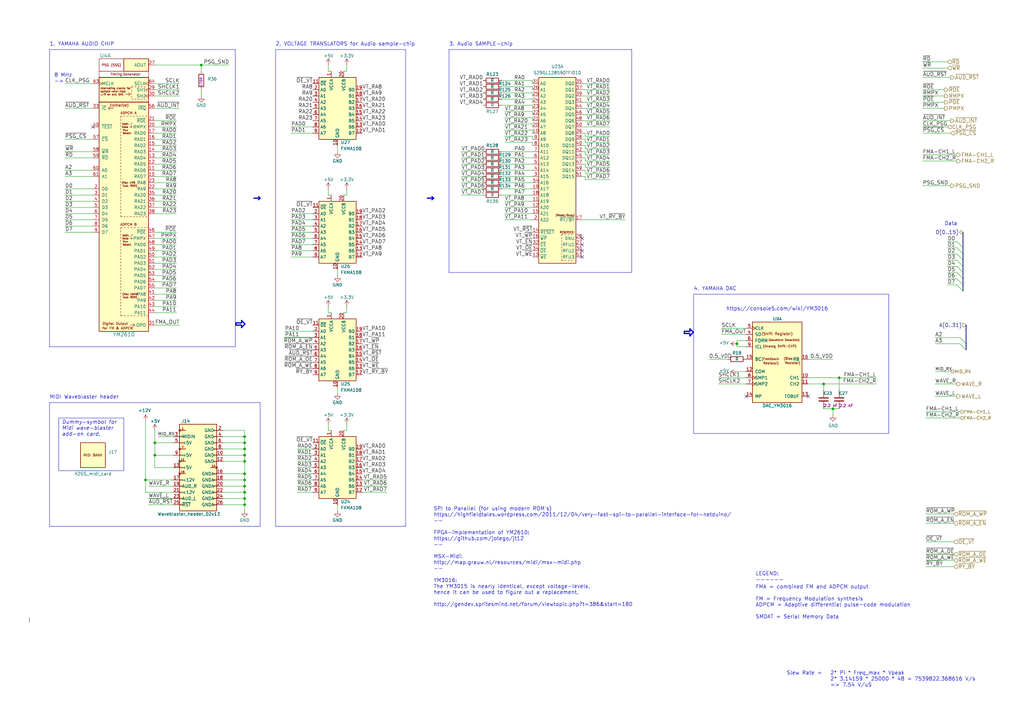
<source format=kicad_sch>
(kicad_sch (version 20230121) (generator eeschema)
  (paper "A3")
  (title_block (title "ULTRA-MSX") (date "2022-06-05") (rev "A-A"))
  (junction (at 100.33 189.23))
  (junction (at 100.33 201.93))
  (junction (at 100.33 179.07))
  (junction (at 341.63 167.64))
  (junction (at 82.55 26.67))
  (junction (at 63.5 181.61))
  (junction (at 100.33 181.61))
  (junction (at 337.82 157.48))
  (junction (at 100.33 194.31))
  (junction (at 100.33 199.39))
  (junction (at 100.33 186.69))
  (junction (at 59.69 196.85))
  (junction (at 302.26 140.97))
  (junction (at 344.17 154.94))
  (junction (at 100.33 196.85))
  (junction (at 100.33 207.01))
  (junction (at 100.33 184.15))
  (junction (at 100.33 204.47))
  (junction (at 63.5 186.69))
  (no_connect (at 238.76 97.79))
  (no_connect (at 238.76 102.87))
  (no_connect (at 238.76 100.33))
  (no_connect (at 238.76 105.41))
  (no_connect (at 306.07 162.56))
  (no_connect (at 331.47 162.56))
  (no_connect (at 38.1 52.07))
  (bus_entry (at 392.43 114.3) (size 2.54 2.54))
  (bus_entry (at 392.43 99.06) (size 2.54 2.54))
  (bus_entry (at 392.43 101.6) (size 2.54 2.54))
  (bus_entry (at 392.43 109.22) (size 2.54 2.54))
  (bus_entry (at 392.43 111.76) (size 2.54 2.54))
  (bus_entry (at 392.43 116.84) (size 2.54 2.54))
  (bus_entry (at 393.7 140.97) (size 2.54 2.54))
  (bus_entry (at 392.43 106.68) (size 2.54 2.54))
  (bus_entry (at 393.7 138.43) (size 2.54 2.54))
  (bus_entry (at 392.43 104.14) (size 2.54 2.54))
  (wire (pts (xy 205.74 67.31) (xy 218.44 67.31)))
  (wire (pts (xy 63.5 59.69) (xy 72.39 59.69)))
  (wire (pts (xy 63.5 69.85) (xy 72.39 69.85)))
  (wire (pts (xy 379.73 229.87) (xy 391.16 229.87)))
  (wire (pts (xy 392.43 116.84) (xy 388.62 116.84)))
  (wire (pts (xy 207.01 58.42) (xy 218.44 58.42)))
  (wire (pts (xy 128.27 196.85) (xy 121.92 196.85)))
  (wire (pts (xy 341.63 167.64) (xy 341.63 170.18)))
  (wire (pts (xy 238.76 52.07) (xy 250.19 52.07)))
  (wire (pts (xy 26.67 95.25) (xy 38.1 95.25)))
  (polyline (pts (xy 259.08 111.76) (xy 259.08 20.32)))
  (wire (pts (xy 378.46 66.04) (xy 392.43 66.04)))
  (wire (pts (xy 63.5 110.49) (xy 72.39 110.49)))
  (wire (pts (xy 59.69 196.85) (xy 71.12 196.85)))
  (wire (pts (xy 91.44 179.07) (xy 100.33 179.07)))
  (wire (pts (xy 205.74 38.1) (xy 218.44 38.1)))
  (polyline (pts (xy 113.03 215.9) (xy 166.37 215.9)))
  (polyline (pts (xy 284.48 120.65) (xy 284.48 177.8)))
  (wire (pts (xy 148.59 201.93) (xy 158.75 201.93)))
  (wire (pts (xy 218.44 40.64) (xy 218.44 41.91)))
  (wire (pts (xy 240.03 63.5) (xy 250.19 63.5)))
  (polyline (pts (xy 106.045 81.915) (xy 106.68 81.28)) (stroke (width 0.5) (type solid)))
  (polyline (pts (xy 96.52 142.24) (xy 96.52 20.32)))
  (wire (pts (xy 331.47 157.48) (xy 337.82 157.48)))
  (wire (pts (xy 392.43 101.6) (xy 388.62 101.6)))
  (wire (pts (xy 128.27 92.71) (xy 119.38 92.71)))
  (wire (pts (xy 91.44 196.85) (xy 100.33 196.85)))
  (wire (pts (xy 100.33 189.23) (xy 91.44 189.23)))
  (wire (pts (xy 240.03 59.69) (xy 240.03 60.96)))
  (wire (pts (xy 238.76 54.61) (xy 240.03 54.61)))
  (wire (pts (xy 238.76 64.77) (xy 240.03 64.77)))
  (wire (pts (xy 128.27 194.31) (xy 121.92 194.31)))
  (wire (pts (xy 134.62 128.27) (xy 135.89 128.27)))
  (wire (pts (xy 59.69 196.85) (xy 59.69 201.93)))
  (wire (pts (xy 63.5 181.61) (xy 63.5 186.69)))
  (wire (pts (xy 100.33 199.39) (xy 100.33 196.85)))
  (wire (pts (xy 100.33 196.85) (xy 100.33 194.31)))
  (wire (pts (xy 218.44 35.56) (xy 218.44 36.83)))
  (wire (pts (xy 63.5 74.93) (xy 72.39 74.93)))
  (wire (pts (xy 63.5 52.07) (xy 72.39 52.07)))
  (wire (pts (xy 383.54 162.56) (xy 392.43 162.56)))
  (wire (pts (xy 63.5 36.83) (xy 73.66 36.83)))
  (wire (pts (xy 128.27 199.39) (xy 121.92 199.39)))
  (wire (pts (xy 63.5 97.79) (xy 72.39 97.79)))
  (polyline (pts (xy 96.52 20.32) (xy 20.32 20.32)))
  (wire (pts (xy 344.17 154.94) (xy 344.17 160.02)))
  (bus (pts (xy 394.97 109.22) (xy 394.97 111.76)))
  (wire (pts (xy 205.74 43.18) (xy 218.44 43.18)))
  (wire (pts (xy 341.63 167.64) (xy 344.17 167.64)))
  (wire (pts (xy 59.69 172.72) (xy 59.69 196.85)))
  (polyline (pts (xy 364.49 177.8) (xy 364.49 120.65)))
  (wire (pts (xy 387.35 41.91) (xy 378.46 41.91)))
  (wire (pts (xy 379.73 232.41) (xy 391.16 232.41)))
  (wire (pts (xy 26.67 77.47) (xy 38.1 77.47)))
  (wire (pts (xy 240.03 55.88) (xy 250.19 55.88)))
  (polyline (pts (xy 20.32 20.32) (xy 20.32 142.24)))
  (polyline (pts (xy 184.15 20.32) (xy 184.15 111.76)))
  (wire (pts (xy 240.03 54.61) (xy 240.03 55.88)))
  (wire (pts (xy 198.12 74.93) (xy 189.23 74.93)))
  (wire (pts (xy 100.33 184.15) (xy 100.33 186.69)))
  (wire (pts (xy 344.17 154.94) (xy 359.41 154.94)))
  (polyline (pts (xy 24.13 171.45) (xy 24.13 193.04)))
  (wire (pts (xy 379.73 227.33) (xy 391.16 227.33)))
  (wire (pts (xy 82.55 26.67) (xy 93.98 26.67)))
  (wire (pts (xy 207.01 48.26) (xy 218.44 48.26)))
  (wire (pts (xy 218.44 82.55) (xy 207.01 82.55)))
  (wire (pts (xy 306.07 139.7) (xy 302.26 139.7)))
  (wire (pts (xy 148.59 199.39) (xy 158.75 199.39)))
  (wire (pts (xy 205.74 74.93) (xy 218.44 74.93)))
  (wire (pts (xy 82.55 36.83) (xy 82.55 39.37)))
  (wire (pts (xy 290.83 147.32) (xy 298.45 147.32)))
  (wire (pts (xy 142.24 29.21) (xy 140.97 29.21)))
  (wire (pts (xy 128.27 191.77) (xy 121.92 191.77)))
  (polyline (pts (xy 282.956 134.874) (xy 284.353 136.271)) (stroke (width 0.5) (type solid)))
  (wire (pts (xy 218.44 50.8) (xy 218.44 52.07)))
  (wire (pts (xy 63.5 120.65) (xy 72.39 120.65)))
  (wire (pts (xy 295.91 137.16) (xy 306.07 137.16)))
  (wire (pts (xy 128.27 105.41) (xy 119.38 105.41)))
  (wire (pts (xy 128.27 184.15) (xy 121.92 184.15)))
  (wire (pts (xy 100.33 176.53) (xy 100.33 179.07)))
  (wire (pts (xy 378.46 25.4) (xy 388.62 25.4)))
  (wire (pts (xy 238.76 46.99) (xy 250.19 46.99)))
  (wire (pts (xy 63.5 102.87) (xy 72.39 102.87)))
  (wire (pts (xy 138.43 209.55) (xy 138.43 207.01)))
  (wire (pts (xy 73.66 34.29) (xy 63.5 34.29)))
  (wire (pts (xy 128.27 201.93) (xy 121.92 201.93)))
  (wire (pts (xy 63.5 82.55) (xy 72.39 82.55)))
  (wire (pts (xy 306.07 154.94) (xy 294.64 154.94)))
  (bus (pts (xy 394.97 114.3) (xy 394.97 116.84)))
  (wire (pts (xy 26.67 85.09) (xy 38.1 85.09)))
  (wire (pts (xy 63.5 44.45) (xy 73.66 44.45)))
  (wire (pts (xy 100.33 209.55) (xy 100.33 207.01)))
  (wire (pts (xy 337.82 157.48) (xy 359.41 157.48)))
  (wire (pts (xy 138.43 113.03) (xy 138.43 110.49)))
  (wire (pts (xy 198.12 64.77) (xy 189.23 64.77)))
  (wire (pts (xy 128.27 138.43) (xy 116.84 138.43)))
  (wire (pts (xy 128.27 95.25) (xy 119.38 95.25)))
  (wire (pts (xy 91.44 207.01) (xy 100.33 207.01)))
  (wire (pts (xy 91.44 194.31) (xy 100.33 194.31)))
  (wire (pts (xy 100.33 201.93) (xy 100.33 199.39)))
  (wire (pts (xy 240.03 72.39) (xy 240.03 73.66)))
  (polyline (pts (xy 282.956 136.779) (xy 282.956 137.795)) (stroke (width 0.5) (type solid)))
  (wire (pts (xy 238.76 41.91) (xy 250.19 41.91)))
  (wire (pts (xy 63.5 113.03) (xy 72.39 113.03)))
  (wire (pts (xy 63.5 107.95) (xy 72.39 107.95)))
  (wire (pts (xy 38.1 57.15) (xy 26.67 57.15)))
  (wire (pts (xy 26.67 82.55) (xy 38.1 82.55)))
  (wire (pts (xy 218.44 53.34) (xy 218.44 54.61)))
  (wire (pts (xy 256.54 90.17) (xy 238.76 90.17)))
  (wire (pts (xy 26.67 92.71) (xy 38.1 92.71)))
  (wire (pts (xy 205.74 64.77) (xy 218.44 64.77)))
  (wire (pts (xy 91.44 186.69) (xy 100.33 186.69)))
  (wire (pts (xy 240.03 57.15) (xy 240.03 58.42)))
  (wire (pts (xy 198.12 69.85) (xy 189.23 69.85)))
  (polyline (pts (xy 175.26 81.28) (xy 177.8 81.28)) (stroke (width 0.5) (type solid)))
  (wire (pts (xy 134.62 29.21) (xy 135.89 29.21)))
  (wire (pts (xy 91.44 181.61) (xy 100.33 181.61)))
  (wire (pts (xy 205.74 33.02) (xy 218.44 33.02)))
  (wire (pts (xy 378.46 76.2) (xy 389.89 76.2)))
  (wire (pts (xy 387.35 39.37) (xy 378.46 39.37)))
  (wire (pts (xy 63.5 54.61) (xy 72.39 54.61)))
  (wire (pts (xy 63.5 85.09) (xy 72.39 85.09)))
  (wire (pts (xy 218.44 55.88) (xy 218.44 57.15)))
  (wire (pts (xy 142.24 80.01) (xy 140.97 80.01)))
  (wire (pts (xy 63.5 87.63) (xy 72.39 87.63)))
  (wire (pts (xy 240.03 60.96) (xy 250.19 60.96)))
  (wire (pts (xy 378.46 52.07) (xy 388.62 52.07)))
  (wire (pts (xy 198.12 77.47) (xy 189.23 77.47)))
  (wire (pts (xy 82.55 26.67) (xy 82.55 29.21)))
  (polyline (pts (xy 106.68 165.1) (xy 106.68 215.9)))
  (wire (pts (xy 26.67 34.29) (xy 38.1 34.29)))
  (polyline (pts (xy 104.14 81.28) (xy 106.68 81.28)) (stroke (width 0.5) (type solid)))
  (wire (pts (xy 63.5 186.69) (xy 71.12 186.69)))
  (polyline (pts (xy 99.06 134.366) (xy 100.457 132.842)) (stroke (width 0.5) (type solid)))
  (wire (pts (xy 63.5 186.69) (xy 63.5 191.77)))
  (wire (pts (xy 134.62 125.73) (xy 134.62 128.27)))
  (wire (pts (xy 128.27 186.69) (xy 121.92 186.69)))
  (polyline (pts (xy 99.06 132.461) (xy 99.06 131.445)) (stroke (width 0.5) (type solid)))
  (wire (pts (xy 205.74 40.64) (xy 218.44 40.64)))
  (polyline (pts (xy 284.48 120.65) (xy 364.49 120.65)))
  (bus (pts (xy 394.97 111.76) (xy 394.97 114.3)))
  (wire (pts (xy 392.43 106.68) (xy 388.62 106.68)))
  (wire (pts (xy 218.44 58.42) (xy 218.44 59.69)))
  (wire (pts (xy 63.5 26.67) (xy 82.55 26.67)))
  (polyline (pts (xy 280.67 135.89) (xy 282.956 135.89)) (stroke (width 0.5) (type solid)))
  (polyline (pts (xy 282.956 135.89) (xy 282.956 134.874)) (stroke (width 0.5) (type solid)))
  (polyline (pts (xy 96.774 132.461) (xy 96.774 133.35)) (stroke (width 0.5) (type solid)))
  (wire (pts (xy 378.46 27.94) (xy 388.62 27.94)))
  (wire (pts (xy 63.5 191.77) (xy 71.12 191.77)))
  (wire (pts (xy 63.5 64.77) (xy 72.39 64.77)))
  (wire (pts (xy 138.43 62.23) (xy 138.43 59.69)))
  (wire (pts (xy 128.27 54.61) (xy 119.38 54.61)))
  (wire (pts (xy 142.24 173.99) (xy 142.24 176.53)))
  (wire (pts (xy 63.5 176.53) (xy 63.5 181.61)))
  (wire (pts (xy 238.76 44.45) (xy 250.19 44.45)))
  (wire (pts (xy 100.33 181.61) (xy 100.33 184.15)))
  (wire (pts (xy 302.26 140.97) (xy 302.26 139.7)))
  (wire (pts (xy 134.62 26.67) (xy 134.62 29.21)))
  (wire (pts (xy 218.44 33.02) (xy 218.44 34.29)))
  (polyline (pts (xy 96.774 132.461) (xy 99.06 132.461)) (stroke (width 0.5) (type solid)))
  (wire (pts (xy 60.96 207.01) (xy 71.12 207.01)))
  (wire (pts (xy 218.44 87.63) (xy 207.01 87.63)))
  (polyline (pts (xy 177.165 80.645) (xy 177.8 81.28)) (stroke (width 0.5) (type solid)))
  (wire (pts (xy 218.44 85.09) (xy 207.01 85.09)))
  (wire (pts (xy 218.44 45.72) (xy 218.44 46.99)))
  (wire (pts (xy 63.5 67.31) (xy 72.39 67.31)))
  (wire (pts (xy 63.5 77.47) (xy 72.39 77.47)))
  (wire (pts (xy 238.76 36.83) (xy 250.19 36.83)))
  (wire (pts (xy 128.27 97.79) (xy 119.38 97.79)))
  (wire (pts (xy 26.67 80.01) (xy 38.1 80.01)))
  (wire (pts (xy 218.44 90.17) (xy 207.01 90.17)))
  (wire (pts (xy 63.5 72.39) (xy 72.39 72.39)))
  (polyline (pts (xy 24.13 193.04) (xy 50.8 193.04)))
  (wire (pts (xy 337.82 160.02) (xy 337.82 157.48)))
  (wire (pts (xy 91.44 204.47) (xy 100.33 204.47)))
  (wire (pts (xy 238.76 34.29) (xy 250.19 34.29)))
  (wire (pts (xy 128.27 189.23) (xy 121.92 189.23)))
  (wire (pts (xy 26.67 69.85) (xy 38.1 69.85)))
  (wire (pts (xy 379.73 214.63) (xy 391.16 214.63)))
  (wire (pts (xy 63.5 105.41) (xy 72.39 105.41)))
  (bus (pts (xy 396.24 133.35) (xy 396.24 140.97)))
  (wire (pts (xy 240.03 59.69) (xy 238.76 59.69)))
  (wire (pts (xy 379.73 222.25) (xy 391.16 222.25)))
  (wire (pts (xy 198.12 80.01) (xy 189.23 80.01)))
  (wire (pts (xy 100.33 204.47) (xy 100.33 201.93)))
  (polyline (pts (xy 284.48 177.8) (xy 364.49 177.8)))
  (bus (pts (xy 394.97 104.14) (xy 394.97 106.68)))
  (wire (pts (xy 128.27 100.33) (xy 119.38 100.33)))
  (wire (pts (xy 392.43 99.06) (xy 388.62 99.06)))
  (wire (pts (xy 238.76 39.37) (xy 250.19 39.37)))
  (polyline (pts (xy 280.67 136.779) (xy 282.956 136.779)) (stroke (width 0.5) (type solid)))
  (wire (pts (xy 100.33 207.01) (xy 100.33 204.47)))
  (bus (pts (xy 394.97 101.6) (xy 394.97 104.14)))
  (polyline (pts (xy 20.32 165.1) (xy 106.68 165.1)))
  (wire (pts (xy 240.03 57.15) (xy 238.76 57.15)))
  (polyline (pts (xy 280.67 135.89) (xy 280.67 136.779)) (stroke (width 0.5) (type solid)))
  (polyline (pts (xy 24.13 171.45) (xy 50.8 171.45)))
  (wire (pts (xy 59.69 201.93) (xy 71.12 201.93)))
  (wire (pts (xy 393.7 138.43) (xy 383.54 138.43)))
  (wire (pts (xy 393.7 140.97) (xy 383.54 140.97)))
  (wire (pts (xy 100.33 179.07) (xy 100.33 181.61)))
  (wire (pts (xy 240.03 58.42) (xy 250.19 58.42)))
  (polyline (pts (xy 177.165 81.915) (xy 177.8 81.28)) (stroke (width 0.5) (type solid)))
  (bus (pts (xy 394.97 116.84) (xy 394.97 119.38)))
  (wire (pts (xy 238.76 49.53) (xy 250.19 49.53)))
  (polyline (pts (xy 106.045 80.645) (xy 106.68 81.28)) (stroke (width 0.5) (type solid)))
  (wire (pts (xy 38.1 62.23) (xy 26.67 62.23)))
  (wire (pts (xy 26.67 72.39) (xy 38.1 72.39)))
  (wire (pts (xy 205.74 35.56) (xy 218.44 35.56)))
  (wire (pts (xy 207.01 55.88) (xy 218.44 55.88)))
  (wire (pts (xy 240.03 69.85) (xy 240.03 71.12)))
  (polyline (pts (xy 99.06 131.445) (xy 100.457 132.842)) (stroke (width 0.5) (type solid)))
  (wire (pts (xy 218.44 48.26) (xy 218.44 49.53)))
  (wire (pts (xy 392.43 109.22) (xy 388.62 109.22)))
  (wire (pts (xy 337.82 167.64) (xy 341.63 167.64)))
  (wire (pts (xy 128.27 52.07) (xy 119.38 52.07)))
  (wire (pts (xy 389.89 49.53) (xy 378.46 49.53)))
  (wire (pts (xy 240.03 71.12) (xy 250.19 71.12)))
  (polyline (pts (xy 20.32 165.1) (xy 20.32 215.9)))
  (polyline (pts (xy 20.32 142.24) (xy 96.52 142.24)))
  (wire (pts (xy 238.76 69.85) (xy 240.03 69.85)))
  (wire (pts (xy 378.46 63.5) (xy 392.43 63.5)))
  (wire (pts (xy 63.5 49.53) (xy 72.39 49.53)))
  (wire (pts (xy 306.07 157.48) (xy 294.64 157.48)))
  (wire (pts (xy 142.24 77.47) (xy 142.24 80.01)))
  (wire (pts (xy 26.67 44.45) (xy 38.1 44.45)))
  (wire (pts (xy 128.27 102.87) (xy 119.38 102.87)))
  (wire (pts (xy 198.12 62.23) (xy 189.23 62.23)))
  (wire (pts (xy 205.74 77.47) (xy 218.44 77.47)))
  (wire (pts (xy 91.44 176.53) (xy 100.33 176.53)))
  (wire (pts (xy 240.03 67.31) (xy 240.03 68.58)))
  (wire (pts (xy 383.54 152.4) (xy 389.89 152.4)))
  (wire (pts (xy 205.74 80.01) (xy 218.44 80.01)))
  (polyline (pts (xy 50.8 193.04) (xy 50.8 171.45)))
  (wire (pts (xy 238.76 72.39) (xy 240.03 72.39)))
  (wire (pts (xy 302.26 152.4) (xy 306.07 152.4)))
  (wire (pts (xy 134.62 176.53) (xy 135.89 176.53)))
  (polyline (pts (xy 96.774 133.35) (xy 99.06 133.35)) (stroke (width 0.5) (type solid)))
  (wire (pts (xy 218.44 43.18) (xy 218.44 44.45)))
  (polyline (pts (xy 166.37 215.9) (xy 166.37 20.32)))
  (wire (pts (xy 91.44 184.15) (xy 100.33 184.15)))
  (wire (pts (xy 142.24 176.53) (xy 140.97 176.53)))
  (wire (pts (xy 240.03 68.58) (xy 250.19 68.58)))
  (wire (pts (xy 142.24 26.67) (xy 142.24 29.21)))
  (wire (pts (xy 100.33 186.69) (xy 100.33 189.23)))
  (wire (pts (xy 205.74 72.39) (xy 218.44 72.39)))
  (wire (pts (xy 128.27 90.17) (xy 119.38 90.17)))
  (wire (pts (xy 63.5 57.15) (xy 72.39 57.15)))
  (wire (pts (xy 63.5 125.73) (xy 72.39 125.73)))
  (wire (pts (xy 331.47 147.32) (xy 341.63 147.32)))
  (wire (pts (xy 63.5 39.37) (xy 73.66 39.37)))
  (wire (pts (xy 378.46 31.75) (xy 389.89 31.75)))
  (wire (pts (xy 392.43 114.3) (xy 388.62 114.3)))
  (wire (pts (xy 138.43 161.29) (xy 138.43 158.75)))
  (wire (pts (xy 207.01 45.72) (xy 218.44 45.72)))
  (wire (pts (xy 63.5 100.33) (xy 72.39 100.33)))
  (wire (pts (xy 205.74 62.23) (xy 218.44 62.23)))
  (wire (pts (xy 134.62 77.47) (xy 134.62 80.01)))
  (wire (pts (xy 302.26 142.24) (xy 302.26 140.97)))
  (polyline (pts (xy 99.06 133.35) (xy 99.06 134.366)) (stroke (width 0.5) (type solid)))
  (wire (pts (xy 379.73 210.82) (xy 391.16 210.82)))
  (wire (pts (xy 392.43 104.14) (xy 388.62 104.14)))
  (polyline (pts (xy 282.956 137.795) (xy 284.353 136.271)) (stroke (width 0.5) (type solid)))
  (wire (pts (xy 100.33 194.31) (xy 100.33 189.23)))
  (wire (pts (xy 306.07 134.62) (xy 295.91 134.62)))
  (wire (pts (xy 240.03 73.66) (xy 250.19 73.66)))
  (wire (pts (xy 392.43 111.76) (xy 388.62 111.76)))
  (wire (pts (xy 379.73 168.91) (xy 393.7 168.91)))
  (wire (pts (xy 60.96 199.39) (xy 71.12 199.39)))
  (bus (pts (xy 394.97 106.68) (xy 394.97 109.22)))
  (wire (pts (xy 63.5 118.11) (xy 72.39 118.11)))
  (wire (pts (xy 128.27 87.63) (xy 119.38 87.63)))
  (wire (pts (xy 63.5 62.23) (xy 72.39 62.23)))
  (wire (pts (xy 63.5 80.01) (xy 72.39 80.01)))
  (polyline (pts (xy 12.065 253.365) (xy 12.065 255.27)))
  (wire (pts (xy 205.74 69.85) (xy 218.44 69.85)))
  (wire (pts (xy 238.76 67.31) (xy 240.03 67.31)))
  (wire (pts (xy 331.47 154.94) (xy 344.17 154.94)))
  (wire (pts (xy 218.44 38.1) (xy 218.44 39.37)))
  (wire (pts (xy 63.5 181.61) (xy 71.12 181.61)))
  (wire (pts (xy 240.03 64.77) (xy 240.03 66.04)))
  (wire (pts (xy 387.35 44.45) (xy 378.46 44.45)))
  (wire (pts (xy 64.77 179.07) (xy 71.12 179.07)))
  (wire (pts (xy 26.67 87.63) (xy 38.1 87.63)))
  (wire (pts (xy 379.73 171.45) (xy 393.7 171.45)))
  (wire (pts (xy 63.5 123.19) (xy 72.39 123.19)))
  (wire (pts (xy 128.27 135.89) (xy 116.84 135.89)))
  (wire (pts (xy 63.5 115.57) (xy 72.39 115.57)))
  (wire (pts (xy 142.24 125.73) (xy 142.24 128.27)))
  (wire (pts (xy 142.24 128.27) (xy 140.97 128.27)))
  (wire (pts (xy 306.07 142.24) (xy 302.26 142.24)))
  (wire (pts (xy 198.12 67.31) (xy 189.23 67.31)))
  (wire (pts (xy 240.03 66.04) (xy 250.19 66.04)))
  (polyline (pts (xy 184.15 111.76) (xy 259.08 111.76)))
  (wire (pts (xy 207.01 53.34) (xy 218.44 53.34)))
  (wire (pts (xy 134.62 80.01) (xy 135.89 80.01)))
  (polyline (pts (xy 166.37 20.32) (xy 113.03 20.32)))
  (polyline (pts (xy 106.68 215.9) (xy 20.32 215.9)))
  (wire (pts (xy 26.67 90.17) (xy 38.1 90.17)))
  (wire (pts (xy 73.66 133.35) (xy 63.5 133.35)))
  (polyline (pts (xy 113.03 20.32) (xy 113.03 215.9)))
  (wire (pts (xy 378.46 54.61) (xy 389.89 54.61)))
  (wire (pts (xy 387.35 36.83) (xy 378.46 36.83)))
  (wire (pts (xy 26.67 64.77) (xy 38.1 64.77)))
  (wire (pts (xy 240.03 62.23) (xy 240.03 63.5)))
  (bus (pts (xy 396.24 140.97) (xy 396.24 143.51)))
  (wire (pts (xy 63.5 95.25) (xy 72.39 95.25)))
  (wire (pts (xy 60.96 204.47) (xy 71.12 204.47)))
  (polyline (pts (xy 184.15 20.32) (xy 259.08 20.32)))
  (wire (pts (xy 91.44 201.93) (xy 100.33 201.93)))
  (wire (pts (xy 240.03 62.23) (xy 238.76 62.23)))
  (wire (pts (xy 148.59 196.85) (xy 158.75 196.85)))
  (wire (pts (xy 383.54 157.48) (xy 392.43 157.48)))
  (wire (pts (xy 198.12 72.39) (xy 189.23 72.39)))
  (wire (pts (xy 91.44 199.39) (xy 100.33 199.39)))
  (wire (pts (xy 207.01 50.8) (xy 218.44 50.8)))
  (wire (pts (xy 63.5 128.27) (xy 72.39 128.27)))
  (bus (pts (xy 394.97 95.25) (xy 394.97 101.6)))
  (wire (pts (xy 134.62 173.99) (xy 134.62 176.53)))
  (text "SPI to Parallel (for using modern ROM's)\nhttps://highfieldtales.wordpress.com/2011/12/04/very-fast-spi-to-parallel-interface-for-netduino/\n--\n\nFPGA-implementation of YM2610:\nhttps://github.com/jotego/jt12\n--\n\nMSX-Midi:\nhttp://map.grauw.nl/resources/midi/msx-midi.php\n--\n\nYM3016:\nThe YM3015 is nearly identical, except voltage-levels, \nhence it can be used to figure out a replacement.\n\nhttp://gendev.spritesmind.net/forum/viewtopic.php?t=386&start=180" (at 177.8 248.92 0) (effects (font (size 1.524 1.524)) (justify left bottom)))
  (text "Slew Rate =	2* Pi * Freq_max * Vpeak\n			2* 3.14159 * 25000 * 48 = 7539822,368616 V/s \n			=> 7.54 V/uS " (at 322.58 281.94 0) (effects (font (size 1.524 1.524)) (justify left bottom)))
  (text "MIDI Waveblaster header\n" (at 20.32 163.83 0) (effects (font (size 1.524 1.524)) (justify left bottom)))
  (text "FMA = combined FM and ADPCM output\n\nFM = Frequency Modulation synthesis\nADPCM = Adaptive differential pulse-code modulation\n\nSMDAT = Serial Memory Data" (at 309.88 254 0) (effects (font (size 1.524 1.524)) (justify left bottom)))
  (text "YM2610 gate calc:\n----\n3 uM \n(released in 1990, but probably not using a \nmodern node, 3000nM was available in 1982)\n\n\nHypothetical die-size:\n--\n10 x 10 mm (100 mm2)\n\n@ 500t/mm2 = 50000 transistors.\n\nGate-count:\n50k/4 = 12500 gates.\n\nObligatory over-provisioning:\n12,5k*1,3 = 16,25k gates!" (at -57.15 85.09 0) (effects (font (size 1.524 1.524)) (justify left bottom)))
  (text "Dummy-symbol for\nMidi wave-blaster\nadd-on card." (at 25.4 179.07 0) (effects (font (size 1.524 1.524) italic) (justify left bottom)))
  (text "2. VOLTAGE TRANSLATORS for Audio sample-chip" (at 113.03 19.05 0) (effects (font (size 1.524 1.524)) (justify left bottom)))
  (text "Sample-Rom candidates:\n--------------------------\nS29GL128S90TFI010 (3.3V)\n" (at -57.785 34.925 0) (effects (font (size 1.524 1.524)) (justify left bottom)))
  (text "LEGEND:\n------\n" (at 309.88 238.76 0) (effects (font (size 1.524 1.524)) (justify left bottom)))
  (text "1. YAMAHA AUDIO CHIP" (at 20.32 19.05 0) (effects (font (size 1.524 1.524)) (justify left bottom)))
  (text "Data" (at 387.35 92.71 0) (effects (font (size 1.524 1.524)) (justify left bottom)))
  (text "3. Audio SAMPLE-chip" (at 184.15 19.05 0) (effects (font (size 1.524 1.524)) (justify left bottom)))
  (text "4. YAMAHA DAC" (at 284.48 119.38 0) (effects (font (size 1.524 1.524)) (justify left bottom)))
  (text "https://console5.com/wiki/YM3016" (at 297.815 127.635 0) (effects (font (size 1.524 1.524)) (justify left bottom)))
  (text "8 MHz \n->" (at 22.225 34.29 0) (effects (font (size 1.524 1.524)) (justify left bottom)))
  (label "VT_PAD1" (at 148.59 54.61 0) (effects (font (size 1.524 1.524))))
  (label "VT_RAD2" (at 148.59 189.23 0) (effects (font (size 1.524 1.524))))
  (label "SHCLK2" (at 294.64 157.48 0) (effects (font (size 1.524 1.524))))
  (label "~{AUD_RST}" (at 60.96 207.01 0) (effects (font (size 1.524 1.524))))
  (label "VT_PAD6" (at 148.59 97.79 0) (effects (font (size 1.524 1.524))))
  (label "~{OE_VT}" (at 128.27 181.61 180) (effects (font (size 1.524 1.524))))
  (label "VT_PAD0" (at 250.19 55.88 180) (effects (font (size 1.524 1.524))))
  (label "~{ROE}" (at 72.39 49.53 180) (effects (font (size 1.524 1.524))))
  (label "PA11" (at 72.39 128.27 180) (effects (font (size 1.524 1.524))))
  (label "RA20" (at 72.39 80.01 180) (effects (font (size 1.524 1.524))))
  (label "~{AUD_INT}" (at 378.46 49.53 0) (effects (font (size 1.524 1.524))))
  (label "VT_~{RST}" (at 148.59 146.05 0) (effects (font (size 1.524 1.524))))
  (label "PA5" (at 210.82 74.93 0) (effects (font (size 1.524 1.524))))
  (label "~{WR}" (at 378.46 27.94 0) (effects (font (size 1.524 1.524))))
  (label "VT_RAD5" (at 250.19 46.99 180) (effects (font (size 1.524 1.524))))
  (label "PSG_SND" (at 378.46 76.2 0) (effects (font (size 1.524 1.524))))
  (label "VT_RA9" (at 207.01 48.26 0) (effects (font (size 1.524 1.524))))
  (label "D6" (at 26.67 92.71 0) (effects (font (size 1.524 1.524))))
  (label "WAVE_R" (at 383.54 157.48 0) (effects (font (size 1.524 1.524))))
  (label "~{ROM_A_WP}" (at 379.73 210.82 0) (effects (font (size 1.524 1.524))))
  (label "VT_RA23" (at 207.01 58.42 0) (effects (font (size 1.524 1.524))))
  (label "SHCLK1" (at 73.66 36.83 180) (effects (font (size 1.524 1.524))))
  (label "VT_PAD4" (at 148.59 92.71 0) (effects (font (size 1.524 1.524))))
  (label "A3" (at 26.67 72.39 0) (effects (font (size 1.524 1.524))))
  (label "VT_RA8" (at 148.59 36.83 0) (effects (font (size 1.524 1.524))))
  (label "RA23" (at 72.39 87.63 180) (effects (font (size 1.524 1.524))))
  (label "~{AUD_INT}" (at 73.66 44.45 180) (effects (font (size 1.524 1.524))))
  (label "RAD4" (at 121.92 194.31 0) (effects (font (size 1.524 1.524))))
  (label "D1" (at 26.67 80.01 0) (effects (font (size 1.524 1.524))))
  (label "~{WR}" (at 26.67 62.23 0) (effects (font (size 1.524 1.524))))
  (label "PAD2" (at 72.39 105.41 180) (effects (font (size 1.524 1.524))))
  (label "VT_RAD4" (at 198.12 43.18 180) (effects (font (size 1.524 1.524))))
  (label "FMA-CH1_L" (at 378.46 63.5 0) (effects (font (size 1.524 1.524))))
  (label "RAD3" (at 121.92 191.77 0) (effects (font (size 1.524 1.524))))
  (label "D0" (at 388.62 99.06 0) (effects (font (size 1.524 1.524))))
  (label "VT_RAD7" (at 158.75 201.93 180) (effects (font (size 1.524 1.524))))
  (label "PA7" (at 210.82 80.01 0) (effects (font (size 1.524 1.524))))
  (label "SCLK" (at 73.66 34.29 180) (effects (font (size 1.524 1.524))))
  (label "RA20" (at 128.27 41.91 180) (effects (font (size 1.524 1.524))))
  (label "FMA-CH2_R" (at 379.73 171.45 0) (effects (font (size 1.524 1.524))))
  (label "PA9" (at 72.39 123.19 180) (effects (font (size 1.524 1.524))))
  (label "RAD0" (at 121.92 184.15 0) (effects (font (size 1.524 1.524))))
  (label "~{ROM_A_WE}" (at 128.27 151.13 180) (effects (font (size 1.524 1.524))))
  (label "VT_PAD5" (at 148.59 95.25 0) (effects (font (size 1.524 1.524))))
  (label "PA1" (at 210.82 64.77 0) (effects (font (size 1.524 1.524))))
  (label "PAD5" (at 119.38 95.25 0) (effects (font (size 1.524 1.524))))
  (label "PA8" (at 72.39 120.65 180) (effects (font (size 1.524 1.524))))
  (label "CLK_PSG" (at 378.46 52.07 0) (effects (font (size 1.524 1.524))))
  (label "VT_PAD1" (at 189.23 64.77 0) (effects (font (size 1.524 1.524))))
  (label "~{RY_BY}" (at 128.27 153.67 180) (effects (font (size 1.524 1.524))))
  (label "RAD5" (at 121.92 196.85 0) (effects (font (size 1.524 1.524))))
  (label "RA1" (at 210.82 35.56 0) (effects (font (size 1.524 1.524))))
  (label "VT_RA20" (at 148.59 41.91 0) (effects (font (size 1.524 1.524))))
  (label "RAD7" (at 72.39 72.39 180) (effects (font (size 1.524 1.524))))
  (label "PAD5" (at 72.39 113.03 180) (effects (font (size 1.524 1.524))))
  (label "A2" (at 383.54 138.43 0) (effects (font (size 1.524 1.524))))
  (label "VT_~{OE}" (at 218.44 102.87 180) (effects (font (size 1.524 1.524))))
  (label "~{ROM_A_EN}" (at 128.27 143.51 180) (effects (font (size 1.524 1.524))))
  (label "VT_RAD4" (at 148.59 194.31 0) (effects (font (size 1.524 1.524))))
  (label "VT_RA22" (at 207.01 55.88 0) (effects (font (size 1.524 1.524))))
  (label "PA10" (at 116.84 135.89 0) (effects (font (size 1.524 1.524))))
  (label "VT_~{RY_BY}" (at 148.59 153.67 0) (effects (font (size 1.524 1.524))))
  (label "VT_~{WP}" (at 218.44 97.79 180) (effects (font (size 1.524 1.524))))
  (label "~{RD}" (at 378.46 25.4 0) (effects (font (size 1.524 1.524))))
  (label "PAD0" (at 119.38 52.07 0) (effects (font (size 1.524 1.524))))
  (label "VT_RA8" (at 207.01 45.72 0) (effects (font (size 1.524 1.524))))
  (label "VT_~{OE}" (at 148.59 148.59 0) (effects (font (size 1.524 1.524))))
  (label "PA8" (at 119.38 102.87 0) (effects (font (size 1.524 1.524))))
  (label "~{ROM_A_WP}" (at 128.27 140.97 180) (effects (font (size 1.524 1.524))))
  (label "D6" (at 388.62 114.3 0) (effects (font (size 1.524 1.524))))
  (label "VT_PAD0" (at 189.23 62.23 0) (effects (font (size 1.524 1.524))))
  (label "D2" (at 26.67 82.55 0) (effects (font (size 1.524 1.524))))
  (label "VT_RAD1" (at 148.59 186.69 0) (effects (font (size 1.524 1.524))))
  (label "PMPX" (at 72.39 97.79 180) (effects (font (size 1.524 1.524))))
  (label "~{OE_VT}" (at 379.73 222.25 0) (effects (font (size 1.524 1.524))))
  (label "WAVE_R" (at 60.96 199.39 0) (effects (font (size 1.524 1.524))))
  (label "PMPX" (at 378.46 44.45 0) (effects (font (size 1.524 1.524))))
  (label "VT_PAD3" (at 148.59 90.17 0) (effects (font (size 1.524 1.524))))
  (label "RA0" (at 210.82 33.02 0) (effects (font (size 1.524 1.524))))
  (label "VT_RAD2" (at 250.19 39.37 180) (effects (font (size 1.524 1.524))))
  (label "A2" (at 26.67 69.85 0) (effects (font (size 1.524 1.524))))
  (label "FMA_OUT" (at 73.66 133.35 180) (effects (font (size 1.524 1.524))))
  (label "D5" (at 26.67 90.17 0) (effects (font (size 1.524 1.524))))
  (label "D0" (at 26.67 77.47 0) (effects (font (size 1.524 1.524))))
  (label "RA3" (at 210.82 40.64 0) (effects (font (size 1.524 1.524))))
  (label "RA22" (at 72.39 85.09 180) (effects (font (size 1.524 1.524))))
  (label "D2" (at 388.62 104.14 0) (effects (font (size 1.524 1.524))))
  (label "RAD1" (at 121.92 186.69 0) (effects (font (size 1.524 1.524))))
  (label "VT_RAD6" (at 250.19 49.53 180) (effects (font (size 1.524 1.524))))
  (label "VT_RAD2" (at 198.12 38.1 180) (effects (font (size 1.524 1.524))))
  (label "A3" (at 383.54 140.97 0) (effects (font (size 1.524 1.524))))
  (label "VT_RA21" (at 207.01 53.34 0) (effects (font (size 1.524 1.524))))
  (label "PA2" (at 210.82 67.31 0) (effects (font (size 1.524 1.524))))
  (label "D4" (at 388.62 109.22 0) (effects (font (size 1.524 1.524))))
  (label "PA11" (at 116.84 138.43 0) (effects (font (size 1.524 1.524))))
  (label "VT_RAD0" (at 148.59 184.15 0) (effects (font (size 1.524 1.524))))
  (label "PA9" (at 119.38 105.41 0) (effects (font (size 1.524 1.524))))
  (label "D4" (at 26.67 87.63 0) (effects (font (size 1.524 1.524))))
  (label "VT_RA21" (at 148.59 44.45 0) (effects (font (size 1.524 1.524))))
  (label "PAD1" (at 72.39 102.87 180) (effects (font (size 1.524 1.524))))
  (label "PAD2" (at 119.38 87.63 0) (effects (font (size 1.524 1.524))))
  (label "VT_PAD4" (at 250.19 66.04 180) (effects (font (size 1.524 1.524))))
  (label "VT_RAD3" (at 148.59 191.77 0) (effects (font (size 1.524 1.524))))
  (label "VT_RA20" (at 207.01 50.8 0) (effects (font (size 1.524 1.524))))
  (label "PA6" (at 210.82 77.47 0) (effects (font (size 1.524 1.524))))
  (label "FMA-CH2_R" (at 359.41 157.48 180) (effects (font (size 1.524 1.524))))
  (label "RA21" (at 72.39 82.55 180) (effects (font (size 1.524 1.524))))
  (label "VT_RAD7" (at 250.19 52.07 180) (effects (font (size 1.524 1.524))))
  (label "VT_PAD7" (at 148.59 100.33 0) (effects (font (size 1.524 1.524))))
  (label "VT_RAD0" (at 198.12 33.02 180) (effects (font (size 1.524 1.524))))
  (label "VT_PAD6" (at 250.19 71.12 180) (effects (font (size 1.524 1.524))))
  (label "VT_PA8" (at 207.01 82.55 0) (effects (font (size 1.524 1.524))))
  (label "0.5_VDD" (at 341.63 147.32 180) (effects (font (size 1.524 1.524))))
  (label "FMA-CH2_R" (at 378.46 66.04 0) (effects (font (size 1.524 1.524))))
  (label "RAD4" (at 72.39 64.77 180) (effects (font (size 1.524 1.524))))
  (label "RAD7" (at 121.92 201.93 0) (effects (font (size 1.524 1.524))))
  (label "~{PSG_CS}" (at 378.46 54.61 0) (effects (font (size 1.524 1.524))))
  (label "VT_PAD7" (at 189.23 80.01 0) (effects (font (size 1.524 1.524))))
  (label "~{AUD_RST}" (at 26.67 44.45 0) (effects (font (size 1.524 1.524))))
  (label "~{RY_BY}" (at 379.73 232.41 0) (effects (font (size 1.524 1.524))))
  (label "D7" (at 26.67 95.25 0) (effects (font (size 1.524 1.524))))
  (label "FMA-CH1_L" (at 359.41 154.94 180) (effects (font (size 1.524 1.524))))
  (label "PSG_SND" (at 93.98 26.67 180) (effects (font (size 1.524 1.524))))
  (label "VT_RAD0" (at 250.19 34.29 180) (effects (font (size 1.524 1.524))))
  (label "~{ROM_A_EN}" (at 379.73 214.63 0) (effects (font (size 1.524 1.524))))
  (label "VT_~{WE}" (at 148.59 151.13 0) (effects (font (size 1.524 1.524))))
  (label "~{OE_VT}" (at 128.27 34.29 180) (effects (font (size 1.524 1.524))))
  (label "VT_~{EN}" (at 218.44 100.33 180) (effects (font (size 1.524 1.524))))
  (label "PAD3" (at 119.38 90.17 0) (effects (font (size 1.524 1.524))))
  (label "PA0" (at 210.82 62.23 0) (effects (font (size 1.524 1.524))))
  (label "RAD3" (at 72.39 62.23 180) (effects (font (size 1.524 1.524))))
  (label "VT_PA10" (at 207.01 87.63 0) (effects (font (size 1.524 1.524))))
  (label "VT_PA9" (at 207.01 85.09 0) (effects (font (size 1.524 1.524))))
  (label "PAD7" (at 119.38 100.33 0) (effects (font (size 1.524 1.524))))
  (label "~{AUD_RST}" (at 378.46 31.75 0) (effects (font (size 1.524 1.524))))
  (label "RA8" (at 72.39 74.93 180) (effects (font (size 1.524 1.524))))
  (label "RAD0" (at 72.39 54.61 180) (effects (font (size 1.524 1.524))))
  (label "~{OE_VT}" (at 128.27 133.35 180) (effects (font (size 1.524 1.524))))
  (label "D3" (at 388.62 106.68 0) (effects (font (size 1.524 1.524))))
  (label "MID_RX" (at 383.54 152.4 0))
  (label "VT_PAD2" (at 148.59 87.63 0) (effects (font (size 1.524 1.524))))
  (label "VT_PA10" (at 148.59 135.89 0) (effects (font (size 1.524 1.524))))
  (label "~{ROM_A_OE}" (at 379.73 227.33 0) (effects (font (size 1.524 1.524))))
  (label "SHCLK2" (at 73.66 39.37 180) (effects (font (size 1.524 1.524))))
  (label "MID_RX" (at 64.77 179.07 0))
  (label "VT_RAD1" (at 250.19 36.83 180) (effects (font (size 1.524 1.524))))
  (label "RAD1" (at 72.39 57.15 180) (effects (font (size 1.524 1.524))))
  (label "VT_~{EN}" (at 148.59 143.51 0) (effects (font (size 1.524 1.524))))
  (label "WAVE_L" (at 60.96 204.47 0) (effects (font (size 1.524 1.524))))
  (label "VT_PAD1" (at 250.19 58.42 180) (effects (font (size 1.524 1.524))))
  (label "VT_PAD3" (at 250.19 63.5 180) (effects (font (size 1.524 1.524))))
  (label "VT_PA11" (at 148.59 138.43 0) (effects (font (size 1.524 1.524))))
  (label "~{RD}" (at 26.67 64.77 0) (effects (font (size 1.524 1.524))))
  (label "D7" (at 388.62 116.84 0) (effects (font (size 1.524 1.524))))
  (label "RA9" (at 128.27 39.37 180) (effects (font (size 1.524 1.524))))
  (label "VT_~{WP}" (at 148.59 140.97 0) (effects (font (size 1.524 1.524))))
  (label "PAD1" (at 119.38 54.61 0) (effects (font (size 1.524 1.524))))
  (label "VT_PAD3" (at 189.23 69.85 0) (effects (font (size 1.524 1.524))))
  (label "RMPX" (at 72.39 52.07 180) (effects (font (size 1.524 1.524))))
  (label "VT_RAD1" (at 198.12 35.56 180) (effects (font (size 1.524 1.524))))
  (label "WAVE_L" (at 383.54 162.56 0) (effects (font (size 1.524 1.524))))
  (label "RA23" (at 128.27 49.53 180) (effects (font (size 1.524 1.524))))
  (label "RA9" (at 72.39 77.47 180) (effects (font (size 1.524 1.524))))
  (label "VT_~{RST}" (at 218.44 95.25 180) (effects (font (size 1.524 1.524))))
  (label "VT_RA23" (at 148.59 49.53 0) (effects (font (size 1.524 1.524))))
  (label "PAD4" (at 119.38 92.71 0) (effects (font (size 1.524 1.524))))
  (label "RA22" (at 128.27 46.99 180) (effects (font (size 1.524 1.524))))
  (label "SHCLK1" (at 294.64 154.94 0) (effects (font (size 1.524 1.524))))
  (label "PAD6" (at 72.39 115.57 180) (effects (font (size 1.524 1.524))))
  (label "~{POE}" (at 72.39 95.25 180) (effects (font (size 1.524 1.524))))
  (label "D3" (at 26.67 85.09 0) (effects (font (size 1.524 1.524))))
  (label "RAD2" (at 121.92 189.23 0) (effects (font (size 1.524 1.524))))
  (label "~{ROM_A_WE}" (at 379.73 229.87 0) (effects (font (size 1.524 1.524))))
  (label "PAD0" (at 72.39 100.33 180) (effects (font (size 1.524 1.524))))
  (label "VT_PAD5" (at 250.19 68.58 180) (effects (font (size 1.524 1.524))))
  (label "VT_RAD3" (at 198.12 40.64 180) (effects (font (size 1.524 1.524))))
  (label "D5" (at 388.62 111.76 0) (effects (font (size 1.524 1.524))))
  (label "RA21" (at 128.27 44.45 180) (effects (font (size 1.524 1.524))))
  (label "VT_RAD3" (at 250.19 41.91 180) (effects (font (size 1.524 1.524))))
  (label "~{PSG_CS}" (at 26.67 57.15 0) (effects (font (size 1.524 1.524))))
  (label "PAD7" (at 72.39 118.11 180) (effects (font (size 1.524 1.524))))
  (label "~{ROE}" (at 378.46 36.83 0) (effects (font (size 1.524 1.524))))
  (label "SCLK" (at 295.91 134.62 0) (effects (font (size 1.524 1.524))))
  (label "RA2" (at 210.82 38.1 0) (effects (font (size 1.524 1.524))))
  (label "VT_PA9" (at 148.59 105.41 0) (effects (font (size 1.524 1.524))))
  (label "VT_RA22" (at 148.59 46.99 0) (effects (font (size 1.524 1.524))))
  (label "RAD6" (at 121.92 199.39 0) (effects (font (size 1.524 1.524))))
  (label "0.5_VDD" (at 290.83 147.32 0) (effects (font (size 1.524 1.524))))
  (label "RMPX" (at 378.46 39.37 0) (effects (font (size 1.524 1.524))))
  (label "RA4" (at 210.82 43.18 0) (effects (font (size 1.524 1.524))))
  (label "RA8" (at 128.27 36.83 180) (effects (font (size 1.524 1.524))))
  (label "VT_PAD2" (at 189.23 67.31 0) (effects (font (size 1.524 1.524))))
  (label "~{POE}" (at 378.46 41.91 0) (effects (font (size 1.524 1.524))))
  (label "FMA-CH1_L" (at 379.73 168.91 0) (effects (font (size 1.524 1.524))))
  (label "VT_RAD6" (at 158.75 199.39 180) (effects (font (size 1.524 1.524))))
  (label "VT_RA9" (at 148.59 39.37 0) (effects (font (size 1.524 1.524))))
  (label "~{OE_VT}" (at 128.27 85.09 180) (effects (font (size 1.524 1.524))))
  (label "VT_PAD0" (at 148.59 52.07 0) (effects (font (size 1.524 1.524))))
  (label "CLK_PSG" (at 26.67 34.29 0) (effects (font (size 1.524 1.524))))
  (label "RAD5" (at 72.39 67.31 180) (effects (font (size 1.524 1.524))))
  (label "VT_RAD5" (at 158.75 196.85 180) (effects (font (size 1.524 1.524))))
  (label "RAD2" (at 72.39 59.69 180) (effects (font (size 1.524 1.524))))
  (label "FMA_OUT" (at 295.91 137.16 0) (effects (font (size 1.524 1.524))))
  (label "VT_PA11" (at 207.01 90.17 0) (effects (font (size 1.524 1.524))))
  (label "VT_PA8" (at 148.59 102.87 0) (effects (font (size 1.524 1.524))))
  (label "~{AUD_RST}" (at 128.27 146.05 180) (effects (font (size 1.524 1.524))))
  (label "PA4" (at 210.82 72.39 0) (effects (font (size 1.524 1.524))))
  (label "VT_PAD5" (at 189.23 74.93 0) (effects (font (size 1.524 1.524))))
  (label "VT_~{WE}" (at 218.44 105.41 180) (effects (font (size 1.524 1.524))))
  (label "PAD6" (at 119.38 97.79 0) (effects (font (size 1.524 1.524))))
  (label "VT_PAD7" (at 250.19 73.66 180) (effects (font (size 1.524 1.524))))
  (label "VT_PAD6" (at 189.23 77.47 0) (effects (font (size 1.524 1.524))))
  (label "PAD4" (at 72.39 110.49 180) (effects (font (size 1.524 1.524))))
  (label "~{ROM_A_OE}" (at 128.27 148.59 180) (effects (font (size 1.524 1.524))))
  (label "VT_RAD4" (at 250.19 44.45 180) (effects (font (size 1.524 1.524))))
  (label "PA3" (at 210.82 69.85 0) (effects (font (size 1.524 1.524))))
  (label "PA10" (at 72.39 125.73 180) (effects (font (size 1.524 1.524))))
  (label "D1" (at 388.62 101.6 0) (effects (font (size 1.524 1.524))))
  (label "PAD3" (at 72.39 107.95 180) (effects (font (size 1.524 1.524))))
  (label "VT_PAD4" (at 189.23 72.39 0) (effects (font (size 1.524 1.524))))
  (label "VT_~{RY_BY}" (at 256.54 90.17 180) (effects (font (size 1.524 1.524))))
  (label "RAD6" (at 72.39 69.85 180) (effects (font (size 1.524 1.524))))
  (label "VT_PAD2" (at 250.19 60.96 180) (effects (font (size 1.524 1.524))))
  (hierarchical_label "A[0..31]" (shape input) (at 396.24 133.35 180) (effects (font (size 1.524 1.524))))
  (hierarchical_label "RMPX" (shape output) (at 387.35 39.37 0) (effects (font (size 1.524 1.524))))
  (hierarchical_label "~{ROM_A_WP}" (shape input) (at 391.16 210.82 0) (effects (font (size 1.524 1.524))))
  (hierarchical_label "FMA-CH1_L" (shape input) (at 393.7 168.91 0))
  (hierarchical_label "FMA-CH1_L" (shape output) (at 392.43 63.5 0) (effects (font (size 1.524 1.524))))
  (hierarchical_label "WAVE_R" (shape output) (at 392.43 157.48 0) (effects (font (size 1.524 1.524))))
  (hierarchical_label "~{RY_BY}" (shape input) (at 391.16 232.41 0) (effects (font (size 1.524 1.524))))
  (hierarchical_label "~{AUD_RST}" (shape output) (at 389.89 31.75 0) (effects (font (size 1.524 1.524))))
  (hierarchical_label "~{ROM_A_EN}" (shape input) (at 391.16 214.63 0) (effects (font (size 1.524 1.524))))
  (hierarchical_label "WAVE_L" (shape output) (at 392.43 162.56 0) (effects (font (size 1.524 1.524))))
  (hierarchical_label "~{PSG_CS}" (shape input) (at 389.89 54.61 0) (effects (font (size 1.524 1.524))))
  (hierarchical_label "~{ROM_A_WE}" (shape input) (at 391.16 229.87 0) (effects (font (size 1.524 1.524))))
  (hierarchical_label "~{ROE}" (shape output) (at 387.35 36.83 0) (effects (font (size 1.524 1.524))))
  (hierarchical_label "CLK_PSG" (shape input) (at 388.62 52.07 0) (effects (font (size 1.524 1.524))))
  (hierarchical_label "~{POE}" (shape output) (at 387.35 41.91 0) (effects (font (size 1.524 1.524))))
  (hierarchical_label "~{AUD_INT}" (shape output) (at 389.89 49.53 0) (effects (font (size 1.524 1.524))))
  (hierarchical_label "MID_RX" (shape input) (at 389.89 152.4 0))
  (hierarchical_label "~{WR}" (shape input) (at 388.62 27.94 0) (effects (font (size 1.524 1.524))))
  (hierarchical_label "PSG_SND" (shape output) (at 389.89 76.2 0) (effects (font (size 1.524 1.524))))
  (hierarchical_label "FMA-CH2_R" (shape input) (at 393.7 171.45 0))
  (hierarchical_label "PMPX" (shape output) (at 387.35 44.45 0) (effects (font (size 1.524 1.524))))
  (hierarchical_label "~{RD}" (shape input) (at 388.62 25.4 0) (effects (font (size 1.524 1.524))))
  (hierarchical_label "~{OE_VT}" (shape input) (at 391.16 222.25 0) (effects (font (size 1.524 1.524))))
  (hierarchical_label "~{ROM_A_OE}" (shape input) (at 391.16 227.33 0) (effects (font (size 1.524 1.524))))
  (hierarchical_label "D[0..15]" (shape bidirectional) (at 394.97 95.25 180) (effects (font (size 1.524 1.524))))
  (hierarchical_label "FMA-CH2_R" (shape output) (at 392.43 66.04 0) (effects (font (size 1.524 1.524))))
  (symbol (lib_id "power:GND") (at 82.55 39.37 0) (unit 1)
    (property "Reference" "#PWR073" (effects hide))
    (property "Value" "GND" (at 82.55 43.18 0))
  )
  (symbol (lib_id "Ultra-MSX:DAC_YM3016") (at 318.77 147.32 0) (unit 1)
    (property "Reference" "U9" (at 318.77 130.81 0))
    (property "Value" "DAC_YM3016" (at 318.77 166.37 0))
    (property "Footprint" "Ultra-MSX:SO-16_5.3x10.0mm_P1.27mm" (effects hide))
    (property "Datasheet" "https://wiki.neogeodev.org/images/d/d1/YM3016.pdf" (effects hide))
    (property "Manufacturer" "Yamaha" (effects hide))
    (property "MPN" "YM3016-F" (effects hide))
    (property "Sim.Enable" "0" (effects hide))
  )
  (symbol (lib_id "power:+5V") (at 302.26 140.97 90) (unit 1)
    (property "Reference" "#PWR0154" (effects hide))
    (property "Value" "+5V" (at 299.0088 140.589 90) (effects (justify left)))
  )
  (symbol (lib_id "Ultra-MSX:YM2610") (at 50.8 77.47 0) (unit 1)
    (property "Reference" "U4" (at 43.18 22.86 0) (effects (font (size 1.524 1.524))))
    (property "Value" "YM2610" (at 50.8 137.16 0) (effects (font (size 1.524 1.524))))
    (property "Footprint" "Ultra-MSX:YM_SDIP64_600" (effects hide))
    (property "Datasheet" "http://furrtek.free.fr/noclass/neogeo/YM2610.pdf" (effects hide))
    (property "MPN" "YM2610" (effects hide))
    (property "Manufacturer" "Yamaha" (effects hide))
    (property "Status" "OBSOLETE" (effects hide))
    (property "Description" "Combined SSG, ADPCM and FM-synth" (effects hide))
    (property "Sim.Enable" "0" (effects hide))
  )
  (symbol (lib_id "power:+5V") (at 302.26 152.4 90) (unit 1)
    (property "Reference" "#PWR0129" (effects hide))
    (property "Value" "+5V" (at 299.0088 152.019 90) (effects (justify left)))
  )
  (symbol (lib_id "Device:R") (at 302.26 147.32 270) (unit 1)
    (property "Reference" "R18" (at 302.26 144.78 90))
    (property "Value" "R" (at 302.26 147.32 90))
    (property "Footprint" "Resistor_SMD:R_0603_1608Metric" (effects hide))
  )
  (symbol (lib_id "power:GND") (at 138.43 113.03 0) (mirror y) (unit 1)
    (property "Reference" "#PWR084" (effects hide))
    (property "Value" "GND" (at 138.43 116.84 0))
  )
  (symbol (lib_id "power:+5V") (at 63.5 176.53 0) (unit 1)
    (property "Reference" "#PWR0100" (effects hide))
    (property "Value" "+5V" (at 61.595 172.72 0) (effects (justify left)))
  )
  (symbol (lib_id "LRJ-parts:R_CRG0603F470R") (at 82.55 33.02 0) (unit 1)
    (property "Reference" "R36" (at 85.09 32.385 0) (effects (justify left)))
    (property "Value" "R_CRG0603F470R" (effects hide))
    (property "Footprint" "Resistor_SMD:R_0603_1608Metric" (effects hide))
    (property "Datasheet" "https://www.te.com/commerce/DocumentDelivery/DDEController?Action=srchrtrv&DocNm=1773204&DocType=DS&DocLang=English" (effects hide))
    (property "Resistance" "470R" (at 82.55 35.56 90) (effects (font (size 0.9906 0.9906)) (justify left)))
    (property "Power (Watts) " " 0.1W, 1/10W" (effects hide))
    (property "Operating Temperature " " -55°C to 155°C " (effects hide))
    (property "MPN" "CRG0603F470R" (effects hide))
    (property "Manufacturer" "TE Connectivity" (effects hide))
  )
  (symbol (lib_id "power:+5V") (at 134.62 173.99 0) (unit 1)
    (property "Reference" "#PWR080" (effects hide))
    (property "Value" "+5V" (at 132.715 170.18 0) (effects (justify left)))
  )
  (symbol (lib_id "Device:R") (at 201.93 64.77 270) (unit 1)
    (property "Reference" "R129" (at 207.01 63.5 90))
    (property "Value" "R" (at 201.93 64.77 90))
    (property "Footprint" "Resistor_SMD:R_0603_1608Metric" (effects hide))
  )
  (symbol (lib_id "power:GND") (at 138.43 161.29 0) (mirror y) (unit 1)
    (property "Reference" "#PWR078" (effects hide))
    (property "Value" "GND" (at 138.43 165.1 0))
  )
  (symbol (lib_id "power:GND") (at 100.33 209.55 0) (mirror y) (unit 1)
    (property "Reference" "#PWR0204" (effects hide))
    (property "Value" "GND" (at 100.33 213.36 0))
  )
  (symbol (lib_id "power:GND") (at 341.63 170.18 0) (unit 1)
    (property "Reference" "#PWR074" (effects hide))
    (property "Value" "GND" (at 341.757 174.5742 0))
  )
  (symbol (lib_id "power:GND") (at 138.43 209.55 0) (mirror y) (unit 1)
    (property "Reference" "#PWR083" (effects hide))
    (property "Value" "GND" (at 138.43 213.36 0))
  )
  (symbol (lib_id "power:+3.3V") (at 142.24 173.99 0) (mirror y) (unit 1)
    (property "Reference" "#PWR086" (effects hide))
    (property "Value" "+3.3V" (at 142.24 170.18 0))
  )
  (symbol (lib_id "Device:R") (at 201.93 38.1 270) (unit 1)
    (property "Reference" "R125" (at 207.01 36.83 90))
    (property "Value" "R" (at 201.93 38.1 90))
    (property "Footprint" "Resistor_SMD:R_0603_1608Metric" (effects hide))
  )
  (symbol (lib_id "power:+3.3V") (at 142.24 26.67 0) (mirror y) (unit 1)
    (property "Reference" "#PWR088" (effects hide))
    (property "Value" "+3.3V" (at 142.24 22.86 0))
  )
  (symbol (lib_id "LRJ-parts:S29GL128S90TFI010") (at 228.6 67.31 0) (unit 1)
    (property "Reference" "U23" (at 228.6 27.305 0))
    (property "Value" "S29GL128S90TFI010" (at 228.6 29.845 0))
    (property "Footprint" "Package_SO:TSOP-I-56_18.4x14mm_P0.5mm" (effects hide))
    (property "Datasheet" "https://www.alliancememory.com/wp-content/uploads/pdf/AS6C4008.pdf" (effects hide))
    (property "Manufacturer" "Cypress Semiconductor / Spansion" (effects hide))
    (property "MPN" "S29GL128S90TFI010" (effects hide))
    (property "Description" "NOR Flash 16MB (128mb), 2.7-3.6V, Parallel, Asynchronous" (effects hide))
    (property "Frequency" "5MHz" (effects hide))
    (property "Sim.Enable" "0" (effects hide))
  )
  (symbol (lib_id "power:GND") (at 138.43 62.23 0) (mirror y) (unit 1)
    (property "Reference" "#PWR085" (effects hide))
    (property "Value" "GND" (at 138.43 66.04 0))
  )
  (symbol (lib_id "power:+3.3V") (at 142.24 77.47 0) (mirror y) (unit 1)
    (property "Reference" "#PWR087" (effects hide))
    (property "Value" "+3.3V" (at 142.24 73.66 0))
  )
  (symbol (lib_id "Device:R") (at 201.93 35.56 270) (unit 1)
    (property "Reference" "R124" (at 207.01 34.29 90))
    (property "Value" "R" (at 201.93 35.56 90))
    (property "Footprint" "Resistor_SMD:R_0603_1608Metric" (effects hide))
  )
  (symbol (lib_id "power:+12V") (at 59.69 172.72 0) (mirror y) (unit 1)
    (property "Reference" "#PWR098" (effects hide))
    (property "Value" "+12V" (at 59.309 168.3258 0))
  )
  (symbol (lib_id "power:+5V") (at 134.62 125.73 0) (unit 1)
    (property "Reference" "#PWR077" (effects hide))
    (property "Value" "+5V" (at 132.715 121.92 0) (effects (justify left)))
  )
  (symbol (lib_id "Device:R") (at 201.93 80.01 270) (unit 1)
    (property "Reference" "R135" (at 201.93 82.55 90))
    (property "Value" "R" (at 201.93 80.01 90))
    (property "Footprint" "Resistor_SMD:R_0603_1608Metric" (effects hide))
  )
  (symbol (lib_id "Logic_LevelTranslator:FXMA108") (at 138.43 95.25 0) (unit 1)
    (property "Reference" "U26" (at 139.7 109.22 0) (effects (justify left)))
    (property "Value" "FXMA108" (at 139.7 111.76 0) (effects (justify left)))
    (property "Footprint" "Package_DFN_QFN:WQFN-20-1EP_2.5x4.5mm_P0.5mm_EP1x2.9mm" (effects hide))
    (property "Datasheet" "http://www.onsemi.com/pub/Collateral/FXMA108-D.pdf" (effects hide))
    (property "Sim.Enable" "0" (effects hide))
  )
  (symbol (lib_id "LRJ-parts:C_GRM1885C1H222") (at 344.17 163.83 0) (unit 1)
    (property "Reference" "C27" (at 344.17 161.29 0) (effects (font (size 1.143 1.143)) (justify left)))
    (property "Value" "C_K222K10X7RF5UH5" (effects hide))
    (property "Footprint" "LRJ:C_Rect_L3.6mm_W2.3mm_P5.08mm" (effects hide))
    (property "Datasheet" "https://search.murata.co.jp/Ceramy/image/img/A01X/G101/ENG/GRM1885C1H222JA01-01.pdf" (effects hide))
    (property "Manufacturer" "Murata Electronics" (effects hide))
    (property "MPN" "GRM1885C1H222JA01D" (effects hide))
    (property "Capacity" "2.2 nF" (at 344.17 166.37 0) (effects (font (size 1.143 1.143)) (justify left)))
    (property "Type" "SMD" (effects hide))
    (property "Voltage rating" "50V" (effects hide))
    (property "Temperature coefficient" "C0G" (effects hide))
    (property "Status" "Active" (effects hide))
    (property "Description" "2200 pF ±5% 50V Ceramic Capacitor C0G, NP0 0603 (1608 Metric)" (effects hide))
  )
  (symbol (lib_id "power:+5V") (at 134.62 77.47 0) (unit 1)
    (property "Reference" "#PWR081" (effects hide))
    (property "Value" "+5V" (at 132.715 73.66 0) (effects (justify left)))
  )
  (symbol (lib_id "Device:R") (at 201.93 40.64 270) (unit 1)
    (property "Reference" "R126" (at 207.01 39.37 90))
    (property "Value" "R" (at 201.93 40.64 90))
    (property "Footprint" "Resistor_SMD:R_0603_1608Metric" (effects hide))
  )
  (symbol (lib_id "Logic_LevelTranslator:FXMA108") (at 138.43 44.45 0) (unit 1)
    (property "Reference" "U27" (at 139.7 58.42 0) (effects (justify left)))
    (property "Value" "FXMA108" (at 139.7 60.96 0) (effects (justify left)))
    (property "Footprint" "Package_DFN_QFN:WQFN-20-1EP_2.5x4.5mm_P0.5mm_EP1x2.9mm" (effects hide))
    (property "Datasheet" "http://www.onsemi.com/pub/Collateral/FXMA108-D.pdf" (effects hide))
    (property "Sim.Enable" "0" (effects hide))
  )
  (symbol (lib_id "Device:R") (at 201.93 69.85 270) (unit 1)
    (property "Reference" "R131" (at 207.01 68.58 90))
    (property "Value" "R" (at 201.93 69.85 90))
    (property "Footprint" "Resistor_SMD:R_0603_1608Metric" (effects hide))
  )
  (symbol (lib_id "Ultra-MSX:X2GS_midi_card") (at 38.1 186.69 0) (unit 1) (in_bom no)
    (property "Reference" "J17" (at 44.45 185.4199 0) (effects (justify left)))
    (property "Value" "X2GS_midi_card" (at 30.48 194.31 0) (effects (justify left)))
    (property "Footprint" "Ultra-MSX:X2GS" (effects hide))
    (property "Datasheet" "https://www.serdashop.com/X2GS" (effects hide))
    (property "Manufacturer" "Serdashop" (effects hide))
    (property "MPN" "X2GS" (effects hide))
    (property "Sim.Enable" "0" (effects hide))
  )
  (symbol (lib_id "power:+5V") (at 134.62 26.67 0) (unit 1)
    (property "Reference" "#PWR082" (effects hide))
    (property "Value" "+5V" (at 132.715 22.86 0) (effects (justify left)))
  )
  (symbol (lib_id "Ultra-MSX:Waveblaster_header_02x13") (at 81.28 191.77 0) (unit 1)
    (property "Reference" "J14" (at 76.2 172.72 0))
    (property "Value" "Waveblaster_header_02x13" (at 77.47 210.82 0))
    (property "Footprint" "Connector_PinHeader_2.54mm:PinHeader_2x13_P2.54mm_Vertical_SMD" (effects hide))
    (property "Sim.Enable" "0" (effects hide))
  )
  (symbol (lib_id "LRJ-parts:C_GRM1885C1H222") (at 337.82 163.83 0) (unit 1)
    (property "Reference" "C23" (at 337.82 161.29 0) (effects (font (size 1.143 1.143)) (justify left)))
    (property "Value" "C_K222K10X7RF5UH5" (effects hide))
    (property "Footprint" "LRJ:C_Rect_L3.6mm_W2.3mm_P5.08mm" (effects hide))
    (property "Datasheet" "https://search.murata.co.jp/Ceramy/image/img/A01X/G101/ENG/GRM1885C1H222JA01-01.pdf" (effects hide))
    (property "Manufacturer" "Murata Electronics" (effects hide))
    (property "MPN" "GRM1885C1H222JA01D" (effects hide))
    (property "Capacity" "2.2 nF" (at 337.82 166.37 0) (effects (font (size 1.143 1.143)) (justify left)))
    (property "Type" "SMD" (effects hide))
    (property "Voltage rating" "50V" (effects hide))
    (property "Temperature coefficient" "C0G" (effects hide))
    (property "Status" "Active" (effects hide))
    (property "Description" "2200 pF ±5% 50V Ceramic Capacitor C0G, NP0 0603 (1608 Metric)" (effects hide))
  )
  (symbol (lib_id "Device:R") (at 201.93 72.39 270) (unit 1)
    (property "Reference" "R132" (at 207.01 71.12 90))
    (property "Value" "R" (at 201.93 72.39 90))
    (property "Footprint" "Resistor_SMD:R_0603_1608Metric" (effects hide))
  )
  (symbol (lib_id "Logic_LevelTranslator:FXMA108") (at 138.43 191.77 0) (unit 1)
    (property "Reference" "U24" (at 139.7 205.74 0) (effects (justify left)))
    (property "Value" "FXMA108" (at 139.7 208.28 0) (effects (justify left)))
    (property "Footprint" "Package_DFN_QFN:WQFN-20-1EP_2.5x4.5mm_P0.5mm_EP1x2.9mm" (effects hide))
    (property "Datasheet" "http://www.onsemi.com/pub/Collateral/FXMA108-D.pdf" (effects hide))
    (property "Sim.Enable" "0" (effects hide))
  )
  (symbol (lib_id "Device:R") (at 201.93 43.18 270) (unit 1)
    (property "Reference" "R127" (at 201.93 45.72 90))
    (property "Value" "R" (at 201.93 43.18 90))
    (property "Footprint" "Resistor_SMD:R_0603_1608Metric" (effects hide))
  )
  (symbol (lib_id "Device:R") (at 201.93 77.47 270) (unit 1)
    (property "Reference" "R134" (at 207.01 76.2 90))
    (property "Value" "R" (at 201.93 77.47 90))
    (property "Footprint" "Resistor_SMD:R_0603_1608Metric" (effects hide))
  )
  (symbol (lib_id "Device:R") (at 201.93 74.93 270) (unit 1)
    (property "Reference" "R133" (at 207.01 73.66 90))
    (property "Value" "R" (at 201.93 74.93 90))
    (property "Footprint" "Resistor_SMD:R_0603_1608Metric" (effects hide))
  )
  (symbol (lib_id "power:+3.3V") (at 142.24 125.73 0) (mirror y) (unit 1)
    (property "Reference" "#PWR079" (effects hide))
    (property "Value" "+3.3V" (at 142.24 121.92 0))
  )
  (symbol (lib_id "Device:R") (at 201.93 62.23 270) (unit 1)
    (property "Reference" "R128" (at 201.93 59.69 90))
    (property "Value" "R" (at 201.93 62.23 90))
    (property "Footprint" "Resistor_SMD:R_0603_1608Metric" (effects hide))
  )
  (symbol (lib_id "Device:R") (at 201.93 33.02 270) (unit 1)
    (property "Reference" "R123" (at 201.93 30.48 90))
    (property "Value" "R" (at 201.93 33.02 90))
    (property "Footprint" "Resistor_SMD:R_0603_1608Metric" (effects hide))
  )
  (symbol (lib_id "Logic_LevelTranslator:FXMA108") (at 138.43 143.51 0) (unit 1)
    (property "Reference" "U25" (at 139.7 157.48 0) (effects (justify left)))
    (property "Value" "FXMA108" (at 139.7 160.02 0) (effects (justify left)))
    (property "Footprint" "Package_DFN_QFN:WQFN-20-1EP_2.5x4.5mm_P0.5mm_EP1x2.9mm" (effects hide))
    (property "Datasheet" "http://www.onsemi.com/pub/Collateral/FXMA108-D.pdf" (effects hide))
    (property "Sim.Enable" "0" (effects hide))
  )
  (symbol (lib_id "Device:R") (at 201.93 67.31 270) (unit 1)
    (property "Reference" "R130" (at 207.01 66.04 90))
    (property "Value" "R" (at 201.93 67.31 90))
    (property "Footprint" "Resistor_SMD:R_0603_1608Metric" (effects hide))
  )
)
</source>
